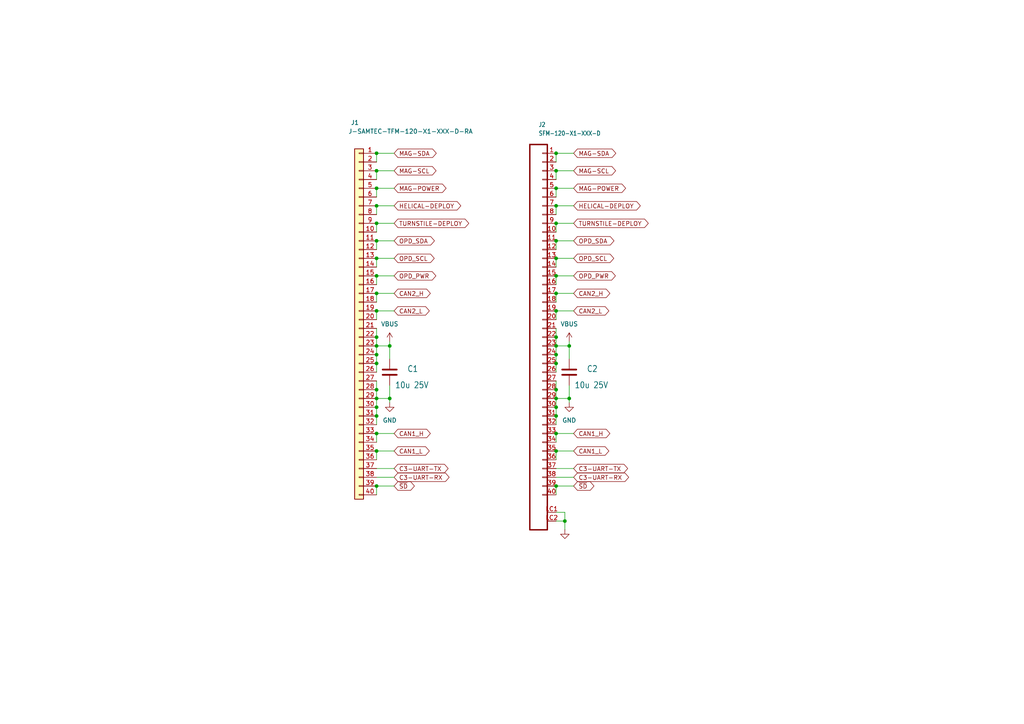
<source format=kicad_sch>
(kicad_sch (version 20250114) (generator "eeschema") (generator_version "9.0")
  (paper "A4")
  (lib_symbols
    (symbol "Connector_Generic:Conn_01x40" (pin_names (offset 1.016) (hide yes))
      (property "Reference" "J" (at 0 50.8 0))
      (property "Value" "Conn_01x40" (at 0 -53.34 0))
      (symbol "Conn_01x40_1_1"
        (rectangle (start -1.27 49.53) (end 1.27 -52.07) (stroke (width 0.254)) (fill (type background)))
        (rectangle (start -1.27 48.387) (end 0 48.133) (stroke (width 0.1524)))
        (rectangle (start -1.27 45.847) (end 0 45.593) (stroke (width 0.1524)))
        (rectangle (start -1.27 43.307) (end 0 43.053) (stroke (width 0.1524)))
        (rectangle (start -1.27 40.767) (end 0 40.513) (stroke (width 0.1524)))
        (rectangle (start -1.27 38.227) (end 0 37.973) (stroke (width 0.1524)))
        (rectangle (start -1.27 35.687) (end 0 35.433) (stroke (width 0.1524)))
        (rectangle (start -1.27 33.147) (end 0 32.893) (stroke (width 0.1524)))
        (rectangle (start -1.27 30.607) (end 0 30.353) (stroke (width 0.1524)))
        (rectangle (start -1.27 28.067) (end 0 27.813) (stroke (width 0.1524)))
        (rectangle (start -1.27 25.527) (end 0 25.273) (stroke (width 0.1524)))
        (rectangle (start -1.27 22.987) (end 0 22.733) (stroke (width 0.1524)))
        (rectangle (start -1.27 20.447) (end 0 20.193) (stroke (width 0.1524)))
        (rectangle (start -1.27 17.907) (end 0 17.653) (stroke (width 0.1524)))
        (rectangle (start -1.27 15.367) (end 0 15.113) (stroke (width 0.1524)))
        (rectangle (start -1.27 12.827) (end 0 12.573) (stroke (width 0.1524)))
        (rectangle (start -1.27 10.287) (end 0 10.033) (stroke (width 0.1524)))
        (rectangle (start -1.27 7.747) (end 0 7.493) (stroke (width 0.1524)))
        (rectangle (start -1.27 5.207) (end 0 4.953) (stroke (width 0.1524)))
        (rectangle (start -1.27 2.667) (end 0 2.413) (stroke (width 0.1524)))
        (rectangle (start -1.27 0.127) (end 0 -0.127) (stroke (width 0.1524)))
        (rectangle (start -1.27 -2.413) (end 0 -2.667) (stroke (width 0.1524)))
        (rectangle (start -1.27 -4.953) (end 0 -5.207) (stroke (width 0.1524)))
        (rectangle (start -1.27 -7.493) (end 0 -7.747) (stroke (width 0.1524)))
        (rectangle (start -1.27 -10.033) (end 0 -10.287) (stroke (width 0.1524)))
        (rectangle (start -1.27 -12.573) (end 0 -12.827) (stroke (width 0.1524)))
        (rectangle (start -1.27 -15.113) (end 0 -15.367) (stroke (width 0.1524)))
        (rectangle (start -1.27 -17.653) (end 0 -17.907) (stroke (width 0.1524)))
        (rectangle (start -1.27 -20.193) (end 0 -20.447) (stroke (width 0.1524)))
        (rectangle (start -1.27 -22.733) (end 0 -22.987) (stroke (width 0.1524)))
        (rectangle (start -1.27 -25.273) (end 0 -25.527) (stroke (width 0.1524)))
        (rectangle (start -1.27 -27.813) (end 0 -28.067) (stroke (width 0.1524)))
        (rectangle (start -1.27 -30.353) (end 0 -30.607) (stroke (width 0.1524)))
        (rectangle (start -1.27 -32.893) (end 0 -33.147) (stroke (width 0.1524)))
        (rectangle (start -1.27 -35.433) (end 0 -35.687) (stroke (width 0.1524)))
        (rectangle (start -1.27 -37.973) (end 0 -38.227) (stroke (width 0.1524)))
        (rectangle (start -1.27 -40.513) (end 0 -40.767) (stroke (width 0.1524)))
        (rectangle (start -1.27 -43.053) (end 0 -43.307) (stroke (width 0.1524)))
        (rectangle (start -1.27 -45.593) (end 0 -45.847) (stroke (width 0.1524)))
        (rectangle (start -1.27 -48.133) (end 0 -48.387) (stroke (width 0.1524)))
        (rectangle (start -1.27 -50.673) (end 0 -50.927) (stroke (width 0.1524)))
        (pin passive line (at -5.08 48.26 0) (length 3.81) (name "Pin_1") (number "1"))
        (pin passive line (at -5.08 45.72 0) (length 3.81) (name "Pin_2") (number "2"))
        (pin passive line (at -5.08 43.18 0) (length 3.81) (name "Pin_3") (number "3"))
        (pin passive line (at -5.08 40.64 0) (length 3.81) (name "Pin_4") (number "4"))
        (pin passive line (at -5.08 38.1 0) (length 3.81) (name "Pin_5") (number "5"))
        (pin passive line (at -5.08 35.56 0) (length 3.81) (name "Pin_6") (number "6"))
        (pin passive line (at -5.08 33.02 0) (length 3.81) (name "Pin_7") (number "7"))
        (pin passive line (at -5.08 30.48 0) (length 3.81) (name "Pin_8") (number "8"))
        (pin passive line (at -5.08 27.94 0) (length 3.81) (name "Pin_9") (number "9"))
        (pin passive line (at -5.08 25.4 0) (length 3.81) (name "Pin_10") (number "10"))
        (pin passive line (at -5.08 22.86 0) (length 3.81) (name "Pin_11") (number "11"))
        (pin passive line (at -5.08 20.32 0) (length 3.81) (name "Pin_12") (number "12"))
        (pin passive line (at -5.08 17.78 0) (length 3.81) (name "Pin_13") (number "13"))
        (pin passive line (at -5.08 15.24 0) (length 3.81) (name "Pin_14") (number "14"))
        (pin passive line (at -5.08 12.7 0) (length 3.81) (name "Pin_15") (number "15"))
        (pin passive line (at -5.08 10.16 0) (length 3.81) (name "Pin_16") (number "16"))
        (pin passive line (at -5.08 7.62 0) (length 3.81) (name "Pin_17") (number "17"))
        (pin passive line (at -5.08 5.08 0) (length 3.81) (name "Pin_18") (number "18"))
        (pin passive line (at -5.08 2.54 0) (length 3.81) (name "Pin_19") (number "19"))
        (pin passive line (at -5.08 0 0) (length 3.81) (name "Pin_20") (number "20"))
        (pin passive line (at -5.08 -2.54 0) (length 3.81) (name "Pin_21") (number "21"))
        (pin passive line (at -5.08 -5.08 0) (length 3.81) (name "Pin_22") (number "22"))
        (pin passive line (at -5.08 -7.62 0) (length 3.81) (name "Pin_23") (number "23"))
        (pin passive line (at -5.08 -10.16 0) (length 3.81) (name "Pin_24") (number "24"))
        (pin passive line (at -5.08 -12.7 0) (length 3.81) (name "Pin_25") (number "25"))
        (pin passive line (at -5.08 -15.24 0) (length 3.81) (name "Pin_26") (number "26"))
        (pin passive line (at -5.08 -17.78 0) (length 3.81) (name "Pin_27") (number "27"))
        (pin passive line (at -5.08 -20.32 0) (length 3.81) (name "Pin_28") (number "28"))
        (pin passive line (at -5.08 -22.86 0) (length 3.81) (name "Pin_29") (number "29"))
        (pin passive line (at -5.08 -25.4 0) (length 3.81) (name "Pin_30") (number "30"))
        (pin passive line (at -5.08 -27.94 0) (length 3.81) (name "Pin_31") (number "31"))
        (pin passive line (at -5.08 -30.48 0) (length 3.81) (name "Pin_32") (number "32"))
        (pin passive line (at -5.08 -33.02 0) (length 3.81) (name "Pin_33") (number "33"))
        (pin passive line (at -5.08 -35.56 0) (length 3.81) (name "Pin_34") (number "34"))
        (pin passive line (at -5.08 -38.1 0) (length 3.81) (name "Pin_35") (number "35"))
        (pin passive line (at -5.08 -40.64 0) (length 3.81) (name "Pin_36") (number "36"))
        (pin passive line (at -5.08 -43.18 0) (length 3.81) (name "Pin_37") (number "37"))
        (pin passive line (at -5.08 -45.72 0) (length 3.81) (name "Pin_38") (number "38"))
        (pin passive line (at -5.08 -48.26 0) (length 3.81) (name "Pin_39") (number "39"))
        (pin passive line (at -5.08 -50.8 0) (length 3.81) (name "Pin_40") (number "40"))
      )
    )
    (symbol "Device:C" (pin_numbers (hide yes)) (pin_names (offset 0.254))
      (property "Reference" "C" (at 0.635 2.54 0))
      (property "Value" "C" (at 0.635 -2.54 0))
      (symbol "C_0_1"
        (polyline (pts (xy -2.032 0.762) (xy 2.032 0.762)) (stroke (width 0.508)))
        (polyline (pts (xy -2.032 -0.762) (xy 2.032 -0.762)) (stroke (width 0.508)))
      )
      (symbol "C_1_1"
        (pin passive line (at 0 3.81 270) (length 2.794) (name "~") (number "1"))
        (pin passive line (at 0 -3.81 90) (length 2.794) (name "~") (number "2"))
      )
    )
    (symbol "oresat-connectors:J-SAMTEC-SFM-120-X1-XXX-D" (pin_names (hide yes))
      (property "Reference" "J" (at -15.24 55.88 0))
      (property "Value" "J-SAMTEC-SFM-120-X1-XXX-D" (at 0 53.34 0))
      (symbol "J-SAMTEC-SFM-120-X1-XXX-D_0_1"
        (rectangle (start -2.54 50.8) (end 2.54 -60.96) (stroke (width 0.4)))
        (rectangle (start 2.413 48.387) (end 1.143 48.133) (stroke (width 0.1524)))
        (rectangle (start 2.413 45.847) (end 1.143 45.593) (stroke (width 0.1524)))
        (rectangle (start 2.413 43.307) (end 1.143 43.053) (stroke (width 0.1524)))
        (rectangle (start 2.413 40.767) (end 1.143 40.513) (stroke (width 0.1524)))
        (rectangle (start 2.413 38.227) (end 1.143 37.973) (stroke (width 0.1524)))
        (rectangle (start 2.413 35.687) (end 1.143 35.433) (stroke (width 0.1524)))
        (rectangle (start 2.413 33.147) (end 1.143 32.893) (stroke (width 0.1524)))
        (rectangle (start 2.413 30.607) (end 1.143 30.353) (stroke (width 0.1524)))
        (rectangle (start 2.413 28.067) (end 1.143 27.813) (stroke (width 0.1524)))
        (rectangle (start 2.413 25.527) (end 1.143 25.273) (stroke (width 0.1524)))
        (rectangle (start 2.413 22.987) (end 1.143 22.733) (stroke (width 0.1524)))
        (rectangle (start 2.413 20.447) (end 1.143 20.193) (stroke (width 0.1524)))
        (rectangle (start 2.413 17.907) (end 1.143 17.653) (stroke (width 0.1524)))
        (rectangle (start 2.413 15.367) (end 1.143 15.113) (stroke (width 0.1524)))
        (rectangle (start 2.413 12.827) (end 1.143 12.573) (stroke (width 0.1524)))
        (rectangle (start 2.413 10.287) (end 1.143 10.033) (stroke (width 0.1524)))
        (rectangle (start 2.413 7.747) (end 1.143 7.493) (stroke (width 0.1524)))
        (rectangle (start 2.413 5.207) (end 1.143 4.953) (stroke (width 0.1524)))
        (rectangle (start 2.413 2.667) (end 1.143 2.413) (stroke (width 0.1524)))
        (rectangle (start 2.413 0.127) (end 1.143 -0.127) (stroke (width 0.1524)))
        (rectangle (start 2.413 -2.413) (end 1.143 -2.667) (stroke (width 0.1524)))
        (rectangle (start 2.413 -4.953) (end 1.143 -5.207) (stroke (width 0.1524)))
        (rectangle (start 2.413 -7.493) (end 1.143 -7.747) (stroke (width 0.1524)))
        (rectangle (start 2.413 -10.033) (end 1.143 -10.287) (stroke (width 0.1524)))
        (rectangle (start 2.413 -12.573) (end 1.143 -12.827) (stroke (width 0.1524)))
        (rectangle (start 2.413 -15.113) (end 1.143 -15.367) (stroke (width 0.1524)))
        (rectangle (start 2.413 -17.653) (end 1.143 -17.907) (stroke (width 0.1524)))
        (rectangle (start 2.413 -20.193) (end 1.143 -20.447) (stroke (width 0.1524)))
        (rectangle (start 2.413 -22.733) (end 1.143 -22.987) (stroke (width 0.1524)))
        (rectangle (start 2.413 -25.273) (end 1.143 -25.527) (stroke (width 0.1524)))
        (rectangle (start 2.413 -27.813) (end 1.143 -28.067) (stroke (width 0.1524)))
        (rectangle (start 2.413 -30.353) (end 1.143 -30.607) (stroke (width 0.1524)))
        (rectangle (start 2.413 -32.893) (end 1.143 -33.147) (stroke (width 0.1524)))
        (rectangle (start 2.413 -35.433) (end 1.143 -35.687) (stroke (width 0.1524)))
        (rectangle (start 2.413 -37.973) (end 1.143 -38.227) (stroke (width 0.1524)))
        (rectangle (start 2.413 -40.513) (end 1.143 -40.767) (stroke (width 0.1524)))
        (rectangle (start 2.413 -43.053) (end 1.143 -43.307) (stroke (width 0.1524)))
        (rectangle (start 2.413 -45.593) (end 1.143 -45.847) (stroke (width 0.1524)))
        (rectangle (start 2.413 -48.133) (end 1.143 -48.387) (stroke (width 0.1524)))
        (rectangle (start 2.413 -50.673) (end 1.143 -50.927) (stroke (width 0.1524)))
      )
      (symbol "J-SAMTEC-SFM-120-X1-XXX-D_1_1"
        (pin passive line (at 5.08 48.26 180) (length 2.54) (name "") (number "1"))
        (pin passive line (at 5.08 45.72 180) (length 2.54) (name "") (number "2"))
        (pin passive line (at 5.08 43.18 180) (length 2.54) (name "") (number "3"))
        (pin passive line (at 5.08 40.64 180) (length 2.54) (name "") (number "4"))
        (pin passive line (at 5.08 38.1 180) (length 2.54) (name "") (number "5"))
        (pin passive line (at 5.08 35.56 180) (length 2.54) (name "") (number "6"))
        (pin passive line (at 5.08 33.02 180) (length 2.54) (name "") (number "7"))
        (pin passive line (at 5.08 30.48 180) (length 2.54) (name "") (number "8"))
        (pin passive line (at 5.08 27.94 180) (length 2.54) (name "") (number "9"))
        (pin passive line (at 5.08 25.4 180) (length 2.54) (name "") (number "10"))
        (pin passive line (at 5.08 22.86 180) (length 2.54) (name "") (number "11"))
        (pin passive line (at 5.08 20.32 180) (length 2.54) (name "") (number "12"))
        (pin passive line (at 5.08 17.78 180) (length 2.54) (name "") (number "13"))
        (pin passive line (at 5.08 15.24 180) (length 2.54) (name "") (number "14"))
        (pin passive line (at 5.08 12.7 180) (length 2.54) (name "") (number "15"))
        (pin passive line (at 5.08 10.16 180) (length 2.54) (name "") (number "16"))
        (pin passive line (at 5.08 7.62 180) (length 2.54) (name "") (number "17"))
        (pin passive line (at 5.08 5.08 180) (length 2.54) (name "") (number "18"))
        (pin passive line (at 5.08 2.54 180) (length 2.54) (name "") (number "19"))
        (pin passive line (at 5.08 0 180) (length 2.54) (name "") (number "20"))
        (pin passive line (at 5.08 -2.54 180) (length 2.54) (name "") (number "21"))
        (pin passive line (at 5.08 -5.08 180) (length 2.54) (name "") (number "22"))
        (pin passive line (at 5.08 -7.62 180) (length 2.54) (name "") (number "23"))
        (pin passive line (at 5.08 -10.16 180) (length 2.54) (name "") (number "24"))
        (pin passive line (at 5.08 -12.7 180) (length 2.54) (name "") (number "25"))
        (pin passive line (at 5.08 -15.24 180) (length 2.54) (name "") (number "26"))
        (pin passive line (at 5.08 -17.78 180) (length 2.54) (name "") (number "27"))
        (pin passive line (at 5.08 -20.32 180) (length 2.54) (name "") (number "28"))
        (pin passive line (at 5.08 -22.86 180) (length 2.54) (name "") (number "29"))
        (pin passive line (at 5.08 -25.4 180) (length 2.54) (name "") (number "30"))
        (pin passive line (at 5.08 -27.94 180) (length 2.54) (name "") (number "31"))
        (pin passive line (at 5.08 -30.48 180) (length 2.54) (name "") (number "32"))
        (pin passive line (at 5.08 -33.02 180) (length 2.54) (name "") (number "33"))
        (pin passive line (at 5.08 -35.56 180) (length 2.54) (name "") (number "34"))
        (pin passive line (at 5.08 -38.1 180) (length 2.54) (name "") (number "35"))
        (pin passive line (at 5.08 -40.64 180) (length 2.54) (name "") (number "36"))
        (pin passive line (at 5.08 -43.18 180) (length 2.54) (name "") (number "37"))
        (pin passive line (at 5.08 -45.72 180) (length 2.54) (name "") (number "38"))
        (pin passive line (at 5.08 -48.26 180) (length 2.54) (name "") (number "39"))
        (pin passive line (at 5.08 -50.8 180) (length 2.54) (name "") (number "40"))
        (pin passive line (at 5.08 -55.88 180) (length 2.54) (name "") (number "LC1"))
        (pin passive line (at 5.08 -58.42 180) (length 2.54) (name "") (number "LC2"))
      )
    )
    (symbol "oresat-power:VBUS" (power) (pin_names (offset 0))
      (property "Value" "VBUS" (at 0 3.556 0))
      (symbol "VBUS_0_1"
        (polyline (pts (xy -0.762 1.27) (xy 0 2.54)))
        (polyline (pts (xy 0 2.54) (xy 0.762 1.27)))
        (polyline (pts (xy 0 0) (xy 0 2.54)))
      )
      (symbol "VBUS_1_1"
        (pin power_in line (at 0 0 90) (length 0) (hide yes) (name "VBUS") (number "1"))
      )
    )
    (symbol "power:GND" (power) (pin_numbers (hide yes)) (pin_names (offset 0) (hide yes))
      (property "Value" "GND" (at 0 -3.81 0))
      (symbol "GND_0_1"
        (polyline (pts (xy 0 0) (xy 0 -1.27) (xy 1.27 -1.27) (xy 0 -2.54) (xy -1.27 -1.27) (xy 0 -1.27)))
      )
      (symbol "GND_1_1"
        (pin power_in line (at 0 0 270) (length 0) (name "~") (number "1"))
      )
    )
  )
  (junction (at 109.22 105.41))
  (junction (at 161.29 120.65))
  (junction (at 109.22 125.73))
  (junction (at 109.22 59.69))
  (junction (at 161.29 125.73))
  (junction (at 161.29 80.01))
  (junction (at 109.22 74.93))
  (junction (at 161.29 118.11))
  (junction (at 109.22 64.77))
  (junction (at 161.29 85.09))
  (junction (at 109.22 102.87))
  (junction (at 109.22 44.45))
  (junction (at 161.29 140.97))
  (junction (at 161.29 54.61))
  (junction (at 109.22 97.79))
  (junction (at 161.29 115.57))
  (junction (at 109.22 80.01))
  (junction (at 109.22 130.81))
  (junction (at 161.29 105.41))
  (junction (at 109.22 140.97))
  (junction (at 165.1 115.57))
  (junction (at 109.22 120.65))
  (junction (at 161.29 90.17))
  (junction (at 161.29 74.93))
  (junction (at 109.22 85.09))
  (junction (at 161.29 102.87))
  (junction (at 161.29 113.03))
  (junction (at 109.22 100.33))
  (junction (at 161.29 100.33))
  (junction (at 109.22 90.17))
  (junction (at 113.03 100.33))
  (junction (at 161.29 59.69))
  (junction (at 109.22 115.57))
  (junction (at 161.29 64.77))
  (junction (at 161.29 97.79))
  (junction (at 161.29 49.53))
  (junction (at 109.22 54.61))
  (junction (at 109.22 69.85))
  (junction (at 109.22 49.53))
  (junction (at 109.22 118.11))
  (junction (at 161.29 130.81))
  (junction (at 161.29 44.45))
  (junction (at 109.22 113.03))
  (junction (at 161.29 69.85))
  (junction (at 163.83 151.13))
  (junction (at 113.03 115.57))
  (junction (at 165.1 100.33))
  (wire (pts (xy 161.29 151.13) (xy 163.83 151.13)))
  (wire (pts (xy 109.22 138.43) (xy 114.3 138.43)))
  (wire (pts (xy 161.29 95.25) (xy 161.29 97.79)))
  (wire (pts (xy 161.29 125.73) (xy 161.29 128.27)))
  (wire (pts (xy 161.29 130.81) (xy 161.29 133.35)))
  (wire (pts (xy 165.1 111.76) (xy 165.1 115.57)))
  (wire (pts (xy 161.29 59.69) (xy 166.37 59.69)))
  (wire (pts (xy 161.29 102.87) (xy 161.29 105.41)))
  (wire (pts (xy 166.37 90.17) (xy 161.29 90.17)))
  (wire (pts (xy 161.29 54.61) (xy 161.29 57.15)))
  (wire (pts (xy 109.22 69.85) (xy 109.22 72.39)))
  (wire (pts (xy 166.37 69.85) (xy 161.29 69.85)))
  (wire (pts (xy 109.22 120.65) (xy 109.22 123.19)))
  (wire (pts (xy 109.22 105.41) (xy 109.22 107.95)))
  (wire (pts (xy 113.03 116.84) (xy 113.03 115.57)))
  (wire (pts (xy 109.22 115.57) (xy 109.22 118.11)))
  (wire (pts (xy 161.29 85.09) (xy 161.29 87.63)))
  (wire (pts (xy 161.29 49.53) (xy 161.29 52.07)))
  (wire (pts (xy 109.22 118.11) (xy 109.22 120.65)))
  (wire (pts (xy 161.29 69.85) (xy 161.29 72.39)))
  (wire (pts (xy 109.22 64.77) (xy 109.22 67.31)))
  (wire (pts (xy 166.37 74.93) (xy 161.29 74.93)))
  (wire (pts (xy 161.29 100.33) (xy 161.29 102.87)))
  (wire (pts (xy 161.29 74.93) (xy 161.29 77.47)))
  (wire (pts (xy 161.29 140.97) (xy 161.29 143.51)))
  (wire (pts (xy 161.29 85.09) (xy 166.37 85.09)))
  (wire (pts (xy 166.37 130.81) (xy 161.29 130.81)))
  (wire (pts (xy 161.29 148.59) (xy 163.83 148.59)))
  (wire (pts (xy 109.22 100.33) (xy 109.22 102.87)))
  (wire (pts (xy 114.3 130.81) (xy 109.22 130.81)))
  (wire (pts (xy 114.3 90.17) (xy 109.22 90.17)))
  (wire (pts (xy 109.22 44.45) (xy 114.3 44.45)))
  (wire (pts (xy 161.29 49.53) (xy 166.37 49.53)))
  (wire (pts (xy 109.22 113.03) (xy 109.22 115.57)))
  (wire (pts (xy 114.3 125.73) (xy 109.22 125.73)))
  (wire (pts (xy 161.29 90.17) (xy 161.29 92.71)))
  (wire (pts (xy 161.29 118.11) (xy 161.29 120.65)))
  (wire (pts (xy 109.22 59.69) (xy 109.22 62.23)))
  (wire (pts (xy 109.22 90.17) (xy 109.22 92.71)))
  (wire (pts (xy 109.22 54.61) (xy 114.3 54.61)))
  (wire (pts (xy 161.29 64.77) (xy 161.29 67.31)))
  (wire (pts (xy 166.37 125.73) (xy 161.29 125.73)))
  (wire (pts (xy 109.22 59.69) (xy 114.3 59.69)))
  (wire (pts (xy 109.22 74.93) (xy 109.22 77.47)))
  (wire (pts (xy 165.1 116.84) (xy 165.1 115.57)))
  (wire (pts (xy 109.22 102.87) (xy 109.22 105.41)))
  (wire (pts (xy 109.22 85.09) (xy 114.3 85.09)))
  (wire (pts (xy 109.22 110.49) (xy 109.22 113.03)))
  (wire (pts (xy 166.37 64.77) (xy 161.29 64.77)))
  (wire (pts (xy 161.29 80.01) (xy 161.29 82.55)))
  (wire (pts (xy 109.22 54.61) (xy 109.22 57.15)))
  (wire (pts (xy 166.37 140.97) (xy 161.29 140.97)))
  (wire (pts (xy 161.29 110.49) (xy 161.29 113.03)))
  (wire (pts (xy 114.3 80.01) (xy 109.22 80.01)))
  (wire (pts (xy 161.29 54.61) (xy 166.37 54.61)))
  (wire (pts (xy 161.29 115.57) (xy 161.29 118.11)))
  (wire (pts (xy 109.22 44.45) (xy 109.22 46.99)))
  (wire (pts (xy 114.3 64.77) (xy 109.22 64.77)))
  (wire (pts (xy 109.22 95.25) (xy 109.22 97.79)))
  (wire (pts (xy 161.29 44.45) (xy 166.37 44.45)))
  (wire (pts (xy 161.29 120.65) (xy 161.29 123.19)))
  (wire (pts (xy 165.1 115.57) (xy 161.29 115.57)))
  (wire (pts (xy 165.1 99.06) (xy 165.1 100.33)))
  (wire (pts (xy 113.03 100.33) (xy 113.03 104.14)))
  (wire (pts (xy 114.3 135.89) (xy 109.22 135.89)))
  (wire (pts (xy 113.03 111.76) (xy 113.03 115.57)))
  (wire (pts (xy 165.1 100.33) (xy 165.1 104.14)))
  (wire (pts (xy 109.22 85.09) (xy 109.22 87.63)))
  (wire (pts (xy 114.3 69.85) (xy 109.22 69.85)))
  (wire (pts (xy 163.83 148.59) (xy 163.83 151.13)))
  (wire (pts (xy 161.29 138.43) (xy 166.37 138.43)))
  (wire (pts (xy 109.22 49.53) (xy 109.22 52.07)))
  (wire (pts (xy 161.29 105.41) (xy 161.29 107.95)))
  (wire (pts (xy 161.29 97.79) (xy 161.29 100.33)))
  (wire (pts (xy 114.3 74.93) (xy 109.22 74.93)))
  (wire (pts (xy 114.3 140.97) (xy 109.22 140.97)))
  (wire (pts (xy 113.03 99.06) (xy 113.03 100.33)))
  (wire (pts (xy 109.22 140.97) (xy 109.22 143.51)))
  (wire (pts (xy 109.22 49.53) (xy 114.3 49.53)))
  (wire (pts (xy 113.03 115.57) (xy 109.22 115.57)))
  (wire (pts (xy 166.37 135.89) (xy 161.29 135.89)))
  (wire (pts (xy 161.29 113.03) (xy 161.29 115.57)))
  (wire (pts (xy 113.03 100.33) (xy 109.22 100.33)))
  (wire (pts (xy 165.1 100.33) (xy 161.29 100.33)))
  (wire (pts (xy 166.37 80.01) (xy 161.29 80.01)))
  (wire (pts (xy 109.22 80.01) (xy 109.22 82.55)))
  (wire (pts (xy 161.29 59.69) (xy 161.29 62.23)))
  (wire (pts (xy 109.22 125.73) (xy 109.22 128.27)))
  (wire (pts (xy 161.29 44.45) (xy 161.29 46.99)))
  (wire (pts (xy 109.22 130.81) (xy 109.22 133.35)))
  (wire (pts (xy 109.22 97.79) (xy 109.22 100.33)))
  (wire (pts (xy 163.83 151.13) (xy 163.83 153.67)))
  (global_label "OPD_SCL" (shape bidirectional) (at 166.37 74.93 0) (effects (font (size 1.2446 1.2446))) (property "Intersheetrefs" "${INTERSHEET_REFS}" (effects (hide yes))))
  (global_label "CAN1_H" (shape bidirectional) (at 114.3 125.73 0) (effects (font (size 1.2446 1.2446))) (property "Intersheetrefs" "${INTERSHEET_REFS}" (effects (hide yes))))
  (global_label "OPD_PWR" (shape bidirectional) (at 114.3 80.01 0) (effects (font (size 1.2446 1.2446))) (property "Intersheetrefs" "${INTERSHEET_REFS}" (effects (hide yes))))
  (global_label "C3-UART-TX" (shape bidirectional) (at 166.37 135.89 0) (effects (font (size 1.2446 1.2446))) (property "Intersheetrefs" "${INTERSHEET_REFS}" (effects (hide yes))))
  (global_label "CAN2_H" (shape bidirectional) (at 166.37 85.09 0) (effects (font (size 1.2446 1.2446))) (property "Intersheetrefs" "${INTERSHEET_REFS}" (effects (hide yes))))
  (global_label "MAG-SCL" (shape bidirectional) (at 166.37 49.53 0) (effects (font (size 1.2446 1.2446))) (property "Intersheetrefs" "${INTERSHEET_REFS}" (effects (hide yes))))
  (global_label "MAG-POWER" (shape bidirectional) (at 166.37 54.61 0) (effects (font (size 1.2446 1.2446))) (property "Intersheetrefs" "${INTERSHEET_REFS}" (effects (hide yes))))
  (global_label "MAG-SDA" (shape bidirectional) (at 166.37 44.45 0) (effects (font (size 1.2446 1.2446))) (property "Intersheetrefs" "${INTERSHEET_REFS}" (effects (hide yes))))
  (global_label "CAN2_H" (shape bidirectional) (at 114.3 85.09 0) (effects (font (size 1.2446 1.2446))) (property "Intersheetrefs" "${INTERSHEET_REFS}" (effects (hide yes))))
  (global_label "OPD_SDA" (shape bidirectional) (at 114.3 69.85 0) (effects (font (size 1.2446 1.2446))) (property "Intersheetrefs" "${INTERSHEET_REFS}" (effects (hide yes))))
  (global_label "C3-UART-RX" (shape bidirectional) (at 114.3 138.43 0) (effects (font (size 1.2446 1.2446))) (property "Intersheetrefs" "${INTERSHEET_REFS}" (effects (hide yes))))
  (global_label "~{SD}" (shape bidirectional) (at 166.37 140.97 0) (effects (font (size 1.2446 1.2446))) (property "Intersheetrefs" "${INTERSHEET_REFS}" (effects (hide yes))))
  (global_label "HELICAL-DEPLOY" (shape bidirectional) (at 114.3 59.69 0) (effects (font (size 1.2446 1.2446))) (property "Intersheetrefs" "${INTERSHEET_REFS}" (effects (hide yes))))
  (global_label "HELICAL-DEPLOY" (shape bidirectional) (at 166.37 59.69 0) (effects (font (size 1.2446 1.2446))) (property "Intersheetrefs" "${INTERSHEET_REFS}" (effects (hide yes))))
  (global_label "MAG-POWER" (shape bidirectional) (at 114.3 54.61 0) (effects (font (size 1.2446 1.2446))) (property "Intersheetrefs" "${INTERSHEET_REFS}" (effects (hide yes))))
  (global_label "CAN2_L" (shape bidirectional) (at 166.37 90.17 0) (effects (font (size 1.2446 1.2446))) (property "Intersheetrefs" "${INTERSHEET_REFS}" (effects (hide yes))))
  (global_label "CAN1_H" (shape bidirectional) (at 166.37 125.73 0) (effects (font (size 1.2446 1.2446))) (property "Intersheetrefs" "${INTERSHEET_REFS}" (effects (hide yes))))
  (global_label "OPD_SDA" (shape bidirectional) (at 166.37 69.85 0) (effects (font (size 1.2446 1.2446))) (property "Intersheetrefs" "${INTERSHEET_REFS}" (effects (hide yes))))
  (global_label "MAG-SDA" (shape bidirectional) (at 114.3 44.45 0) (effects (font (size 1.2446 1.2446))) (property "Intersheetrefs" "${INTERSHEET_REFS}" (effects (hide yes))))
  (global_label "CAN1_L" (shape bidirectional) (at 114.3 130.81 0) (effects (font (size 1.2446 1.2446))) (property "Intersheetrefs" "${INTERSHEET_REFS}" (effects (hide yes))))
  (global_label "OPD_PWR" (shape bidirectional) (at 166.37 80.01 0) (effects (font (size 1.2446 1.2446))) (property "Intersheetrefs" "${INTERSHEET_REFS}" (effects (hide yes))))
  (global_label "MAG-SCL" (shape bidirectional) (at 114.3 49.53 0) (effects (font (size 1.2446 1.2446))) (property "Intersheetrefs" "${INTERSHEET_REFS}" (effects (hide yes))))
  (global_label "CAN1_L" (shape bidirectional) (at 166.37 130.81 0) (effects (font (size 1.2446 1.2446))) (property "Intersheetrefs" "${INTERSHEET_REFS}" (effects (hide yes))))
  (global_label "CAN2_L" (shape bidirectional) (at 114.3 90.17 0) (effects (font (size 1.2446 1.2446))) (property "Intersheetrefs" "${INTERSHEET_REFS}" (effects (hide yes))))
  (global_label "OPD_SCL" (shape bidirectional) (at 114.3 74.93 0) (effects (font (size 1.2446 1.2446))) (property "Intersheetrefs" "${INTERSHEET_REFS}" (effects (hide yes))))
  (global_label "TURNSTILE-DEPLOY" (shape bidirectional) (at 114.3 64.77 0) (effects (font (size 1.2446 1.2446))) (property "Intersheetrefs" "${INTERSHEET_REFS}" (effects (hide yes))))
  (global_label "C3-UART-TX" (shape bidirectional) (at 114.3 135.89 0) (effects (font (size 1.2446 1.2446))) (property "Intersheetrefs" "${INTERSHEET_REFS}" (effects (hide yes))))
  (global_label "~{SD}" (shape bidirectional) (at 114.3 140.97 0) (effects (font (size 1.2446 1.2446))) (property "Intersheetrefs" "${INTERSHEET_REFS}" (effects (hide yes))))
  (global_label "C3-UART-RX" (shape bidirectional) (at 166.37 138.43 0) (effects (font (size 1.2446 1.2446))) (property "Intersheetrefs" "${INTERSHEET_REFS}" (effects (hide yes))))
  (global_label "TURNSTILE-DEPLOY" (shape bidirectional) (at 166.37 64.77 0) (effects (font (size 1.2446 1.2446))) (property "Intersheetrefs" "${INTERSHEET_REFS}" (effects (hide yes))))
  (symbol (lib_id "Connector_Generic:Conn_01x40") (at 104.14 92.71 0) (mirror y) (unit 1)
    (property "Reference" "J1" (at 104.14 35.56 0) (effects (justify left)))
    (property "Value" "J-SAMTEC-TFM-120-X1-XXX-D-RA" (at 137.16 38.1 0) (effects (justify left)))
    (property "Footprint" "oresat-connectors:J-SAMTEC-TFM-120-X1-XXX-D-RA" (effects (hide yes)))
    (property "Description" "Connector Header Through Hole, Right Angle 40 position 0.050\" (1.27mm)" (effects (hide yes)))
    (property "DIST" "DigiKey" (effects (hide yes)))
    (property "DPN" "SAM10145-ND " (effects (hide yes)))
    (property "MFR" "Samtec" (effects (hide yes)))
    (property "MPN" "TFM-120-01-L-D-RA" (effects (hide yes)))
  )
  (symbol (lib_id "oresat-power:VBUS") (at 165.1 99.06 0) (unit 1)
    (property "Reference" "#VBUS011" (effects (hide yes)))
    (property "Value" "VBUS" (at 165.1 93.98 0))
    (property "Description" "Power symbol creates a global label with name \"VBUS\"" (effects (hide yes)))
  )
  (symbol (lib_id "oresat-power:VBUS") (at 113.03 99.06 0) (unit 1)
    (property "Reference" "#VBUS01" (effects (hide yes)))
    (property "Value" "VBUS" (at 113.03 93.98 0))
    (property "Description" "Power symbol creates a global label with name \"VBUS\"" (effects (hide yes)))
  )
  (symbol (lib_id "Device:C") (at 165.1 107.95 0) (unit 1)
    (property "Reference" "C2" (at 170.18 107.95 0) (effects (font (size 1.778 1.5113)) (justify left bottom)))
    (property "Value" "10u 25V" (at 166.624 112.649 0) (effects (font (size 1.778 1.5113)) (justify left bottom)))
    (property "Footprint" "Capacitor_SMD:C_1206_3216Metric" (effects (hide yes)))
  )
  (symbol (lib_id "Device:C") (at 113.03 107.95 0) (unit 1)
    (property "Reference" "C1" (at 118.11 107.95 0) (effects (font (size 1.778 1.5113)) (justify left bottom)))
    (property "Value" "10u 25V" (at 114.554 112.649 0) (effects (font (size 1.778 1.5113)) (justify left bottom)))
    (property "Footprint" "Capacitor_SMD:C_1206_3216Metric" (effects (hide yes)))
  )
  (symbol (lib_id "oresat-connectors:J-SAMTEC-SFM-120-X1-XXX-D") (at 156.21 92.71 0) (unit 1)
    (property "Reference" "J2" (at 156.21 36.83 0) (effects (font (size 1.27 1.0795)) (justify left bottom)))
    (property "Value" "SFM-120-X1-XXX-D" (at 156.21 39.37 0) (effects (font (size 1.27 1.0795)) (justify left bottom)))
    (property "Footprint" "oresat-connectors:J-SAMTEC-SFM-120-X1-XXX-D" (effects (hide yes)))
  )
  (symbol (lib_id "power:GND") (at 163.83 153.67 0) (unit 1)
    (property "Reference" "#GND0114" (effects (hide yes)))
    (property "Value" "GND" (effects (hide yes)))
  )
  (symbol (lib_id "power:GND") (at 165.1 116.84 0) (unit 1)
    (property "Reference" "#PWR031" (effects (hide yes)))
    (property "Value" "GND" (at 165.1 121.92 0))
    (property "Description" "Power symbol creates a global label with name \"GND\" , ground" (effects (hide yes)))
  )
  (symbol (lib_id "power:GND") (at 113.03 116.84 0) (unit 1)
    (property "Reference" "#PWR01" (effects (hide yes)))
    (property "Value" "GND" (at 113.03 121.92 0))
    (property "Description" "Power symbol creates a global label with name \"GND\" , ground" (effects (hide yes)))
  )
)
</source>
